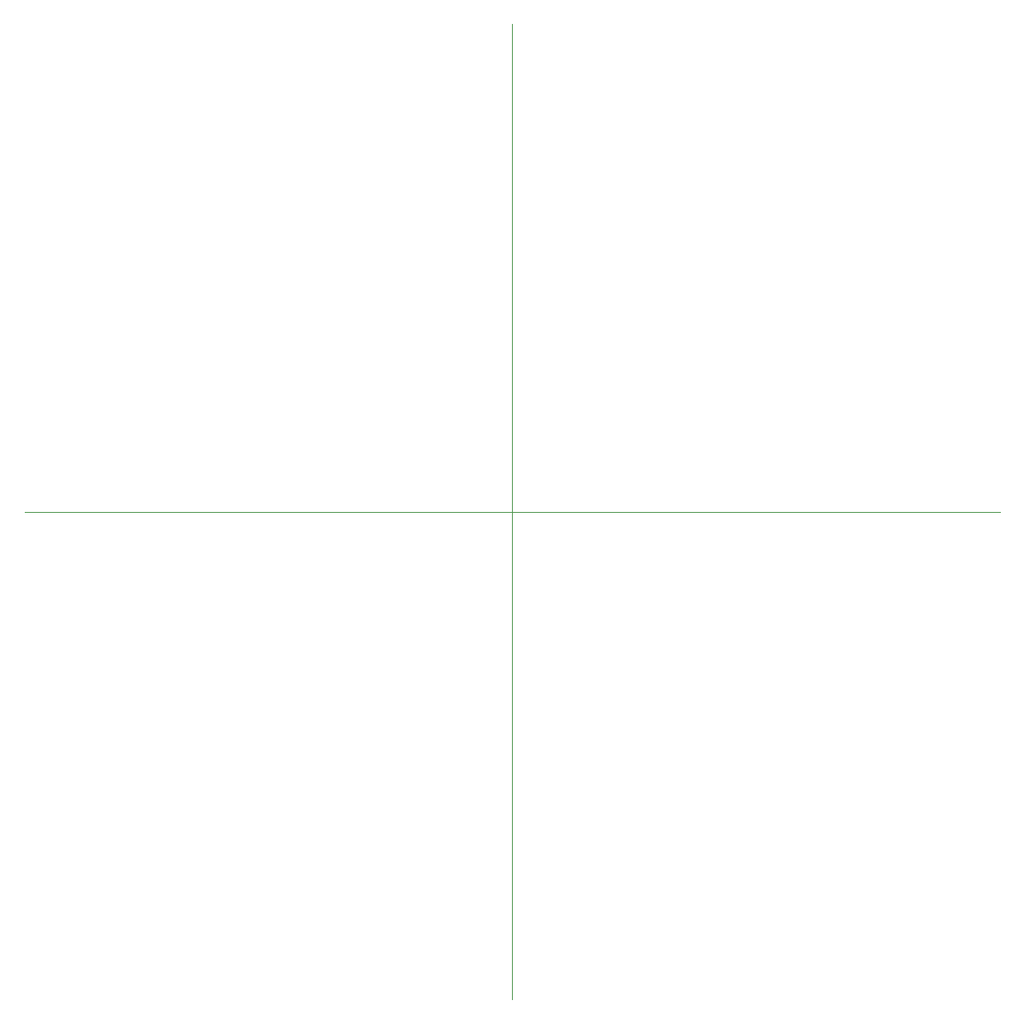
<source format=gbr>
G04 EAGLE Gerber RS-274X export*
G75*
%MOMM*%
%FSLAX34Y34*%
%LPD*%
%INVcut*%
%IPPOS*%
%AMOC8*
5,1,8,0,0,1.08239X$1,22.5*%
G01*
%ADD10C,0.000000*%


D10*
X0Y500000D02*
X1000000Y500000D01*
X500000Y0D02*
X500000Y1000000D01*
M02*

</source>
